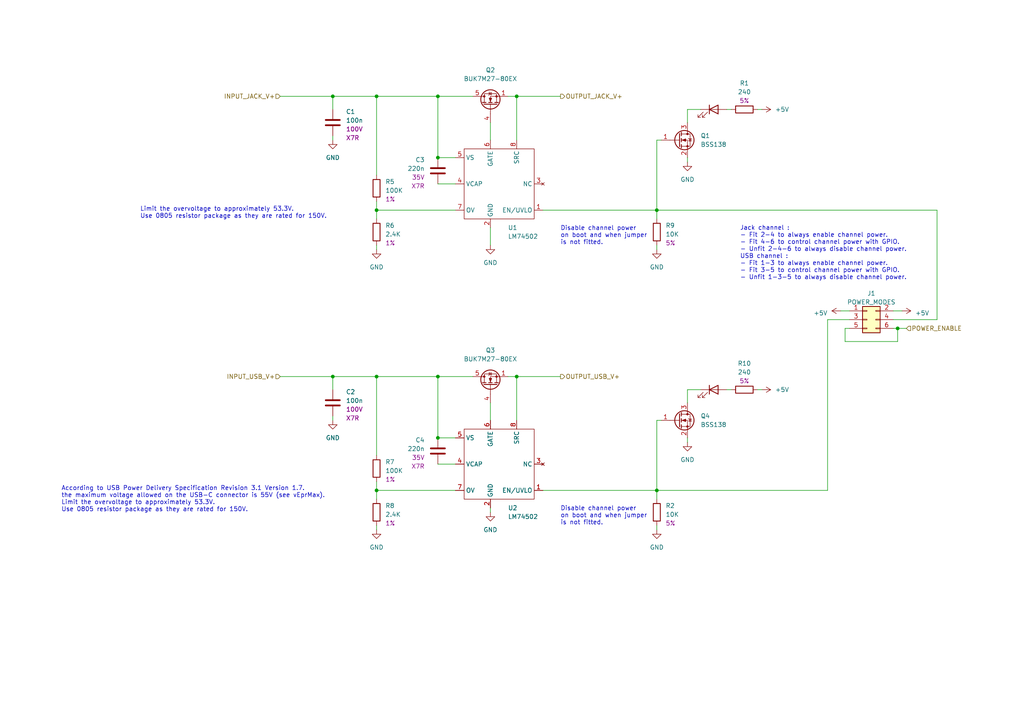
<source format=kicad_sch>
(kicad_sch (version 20230121) (generator eeschema)
  (paper "A4")
  (title_block (title "uCIme Lite power switches") (date "2023-03-27") (company "(C) BayLibre"))
  (lib_symbols
    (symbol "Connector_Generic:Conn_02x03_Odd_Even" (pin_names (offset 1.016) hide)
      (property "Reference" "J" (at 1.27 5.08 0))
      (property "Value" "Conn_02x03_Odd_Even" (at 1.27 -5.08 0))
      (symbol "Conn_02x03_Odd_Even_1_1"
        (rectangle (start -1.27 -2.413) (end 0 -2.667) (stroke (width 0.1524)))
        (rectangle (start -1.27 0.127) (end 0 -0.127) (stroke (width 0.1524)))
        (rectangle (start -1.27 2.667) (end 0 2.413) (stroke (width 0.1524)))
        (rectangle (start -1.27 3.81) (end 3.81 -3.81) (stroke (width 0.254)) (fill (type background)))
        (rectangle (start 3.81 -2.413) (end 2.54 -2.667) (stroke (width 0.1524)))
        (rectangle (start 3.81 0.127) (end 2.54 -0.127) (stroke (width 0.1524)))
        (rectangle (start 3.81 2.667) (end 2.54 2.413) (stroke (width 0.1524)))
        (pin passive line (at -5.08 2.54 0) (length 3.81) (name "Pin_1") (number "1"))
        (pin passive line (at 7.62 2.54 180) (length 3.81) (name "Pin_2") (number "2"))
        (pin passive line (at -5.08 0 0) (length 3.81) (name "Pin_3") (number "3"))
        (pin passive line (at 7.62 0 180) (length 3.81) (name "Pin_4") (number "4"))
        (pin passive line (at -5.08 -2.54 0) (length 3.81) (name "Pin_5") (number "5"))
        (pin passive line (at 7.62 -2.54 180) (length 3.81) (name "Pin_6") (number "6"))
      )
    )
    (symbol "Device:C" (pin_numbers hide) (pin_names (offset 0.254))
      (property "Reference" "C" (at 0.635 2.54 0))
      (property "Value" "C" (at 0.635 -2.54 0))
      (symbol "C_0_1"
        (polyline (pts (xy -2.032 -0.762) (xy 2.032 -0.762)) (stroke (width 0.508)))
        (polyline (pts (xy -2.032 0.762) (xy 2.032 0.762)) (stroke (width 0.508)))
      )
      (symbol "C_1_1"
        (pin passive line (at 0 3.81 270) (length 2.794) (name "~") (number "1"))
        (pin passive line (at 0 -3.81 90) (length 2.794) (name "~") (number "2"))
      )
    )
    (symbol "Device:LED" (pin_numbers hide) (pin_names (offset 1.016) hide)
      (property "Reference" "D" (at 0 2.54 0))
      (property "Value" "LED" (at 0 -2.54 0))
      (symbol "LED_0_1"
        (polyline (pts (xy -1.27 -1.27) (xy -1.27 1.27)) (stroke (width 0.254)))
        (polyline (pts (xy -1.27 0) (xy 1.27 0)))
        (polyline (pts (xy 1.27 -1.27) (xy 1.27 1.27) (xy -1.27 0) (xy 1.27 -1.27)) (stroke (width 0.254)))
        (polyline (pts (xy -3.048 -0.762) (xy -4.572 -2.286) (xy -3.81 -2.286) (xy -4.572 -2.286) (xy -4.572 -1.524)))
        (polyline (pts (xy -1.778 -0.762) (xy -3.302 -2.286) (xy -2.54 -2.286) (xy -3.302 -2.286) (xy -3.302 -1.524)))
      )
      (symbol "LED_1_1"
        (pin passive line (at -3.81 0 0) (length 2.54) (name "K") (number "1"))
        (pin passive line (at 3.81 0 180) (length 2.54) (name "A") (number "2"))
      )
    )
    (symbol "Device:R" (pin_numbers hide) (pin_names (offset 0))
      (property "Reference" "R" (at 2.032 0 90))
      (property "Value" "R" (at 0 0 90))
      (symbol "R_0_1"
        (rectangle (start -1.016 -2.54) (end 1.016 2.54) (stroke (width 0.254)))
      )
      (symbol "R_1_1"
        (pin passive line (at 0 3.81 270) (length 1.27) (name "~") (number "1"))
        (pin passive line (at 0 -3.81 90) (length 1.27) (name "~") (number "2"))
      )
    )
    (symbol "LM74502:LM74502"
      (property "Reference" "U" (at 1.27 -12.7 0))
      (property "Value" "LM74502" (at 5.08 -15.24 0))
      (symbol "LM74502_0_1"
        (rectangle (start -10.16 10.16) (end 10.16 -10.16))
      )
      (symbol "LM74502_1_1"
        (pin input line (at 12.7 -7.62 180) (length 2.54) (name "EN/UVLO") (number "1"))
        (pin power_in line (at -2.54 -12.7 90) (length 2.54) (name "GND") (number "2"))
        (pin no_connect line (at 12.7 0 180) (length 2.54) (name "NC") (number "3"))
        (pin passive line (at -12.7 0 0) (length 2.54) (name "VCAP") (number "4"))
        (pin passive line (at -12.7 7.62 0) (length 2.54) (name "VS") (number "5"))
        (pin passive line (at -2.54 12.7 270) (length 2.54) (name "GATE") (number "6"))
        (pin passive line (at -12.7 -7.62 0) (length 2.54) (name "OV") (number "7"))
        (pin passive line (at 5.08 12.7 270) (length 2.54) (name "SRC") (number "8"))
      )
    )
    (symbol "Transistor_FET:BSS138" (pin_names hide)
      (property "Reference" "Q" (at 5.08 1.905 0))
      (property "Value" "BSS138" (at 5.08 0 0))
      (symbol "BSS138_0_1"
        (polyline (pts (xy 0.254 0) (xy -2.54 0)))
        (polyline (pts (xy 0.254 1.905) (xy 0.254 -1.905)) (stroke (width 0.254)))
        (polyline (pts (xy 0.762 -1.27) (xy 0.762 -2.286)) (stroke (width 0.254)))
        (polyline (pts (xy 0.762 0.508) (xy 0.762 -0.508)) (stroke (width 0.254)))
        (polyline (pts (xy 0.762 2.286) (xy 0.762 1.27)) (stroke (width 0.254)))
        (polyline (pts (xy 2.54 2.54) (xy 2.54 1.778)))
        (polyline (pts (xy 2.54 -2.54) (xy 2.54 0) (xy 0.762 0)))
        (polyline (pts (xy 0.762 -1.778) (xy 3.302 -1.778) (xy 3.302 1.778) (xy 0.762 1.778)))
        (polyline (pts (xy 1.016 0) (xy 2.032 0.381) (xy 2.032 -0.381) (xy 1.016 0)) (fill (type outline)))
        (polyline (pts (xy 2.794 0.508) (xy 2.921 0.381) (xy 3.683 0.381) (xy 3.81 0.254)))
        (polyline (pts (xy 3.302 0.381) (xy 2.921 -0.254) (xy 3.683 -0.254) (xy 3.302 0.381)))
        (circle (center 1.651 0) (radius 2.794) (stroke (width 0.254)))
        (circle (center 2.54 -1.778) (radius 0.254) (fill (type outline)))
        (circle (center 2.54 1.778) (radius 0.254) (fill (type outline)))
      )
      (symbol "BSS138_1_1"
        (pin input line (at -5.08 0 0) (length 2.54) (name "G") (number "1"))
        (pin passive line (at 2.54 -5.08 90) (length 2.54) (name "S") (number "2"))
        (pin passive line (at 2.54 5.08 270) (length 2.54) (name "D") (number "3"))
      )
    )
    (symbol "Transistor_FET:BUK7M27-80EX" (pin_names hide)
      (property "Reference" "Q" (at 5.08 1.905 0))
      (property "Value" "BUK7M27-80EX" (at 5.08 0 0))
      (symbol "BUK7M27-80EX_0_1"
        (polyline (pts (xy 0.254 0) (xy -2.54 0)))
        (polyline (pts (xy 0.254 1.905) (xy 0.254 -1.905)) (stroke (width 0.254)))
        (polyline (pts (xy 0.762 -1.27) (xy 0.762 -2.286)) (stroke (width 0.254)))
        (polyline (pts (xy 0.762 0.508) (xy 0.762 -0.508)) (stroke (width 0.254)))
        (polyline (pts (xy 0.762 2.286) (xy 0.762 1.27)) (stroke (width 0.254)))
        (polyline (pts (xy 2.54 2.54) (xy 2.54 1.778)))
        (polyline (pts (xy 2.54 -2.54) (xy 2.54 0) (xy 0.762 0)))
        (polyline (pts (xy 0.762 -1.778) (xy 3.302 -1.778) (xy 3.302 1.778) (xy 0.762 1.778)))
        (polyline (pts (xy 1.016 0) (xy 2.032 0.381) (xy 2.032 -0.381) (xy 1.016 0)) (fill (type outline)))
        (polyline (pts (xy 2.794 0.508) (xy 2.921 0.381) (xy 3.683 0.381) (xy 3.81 0.254)))
        (polyline (pts (xy 3.302 0.381) (xy 2.921 -0.254) (xy 3.683 -0.254) (xy 3.302 0.381)))
        (circle (center 1.651 0) (radius 2.794) (stroke (width 0.254)))
        (circle (center 2.54 -1.778) (radius 0.254) (fill (type outline)))
        (circle (center 2.54 1.778) (radius 0.254) (fill (type outline)))
      )
      (symbol "BUK7M27-80EX_1_1"
        (pin passive line (at 2.54 -5.08 90) (length 2.54) (name "S") (number "1"))
        (pin passive line (at 2.54 -5.08 90) (length 2.54) hide (name "S") (number "2"))
        (pin passive line (at 2.54 -5.08 90) (length 2.54) hide (name "S") (number "3"))
        (pin passive line (at -5.08 0 0) (length 2.54) (name "G") (number "4"))
        (pin passive line (at 2.54 5.08 270) (length 2.54) (name "D") (number "5"))
      )
    )
    (symbol "power:+5V" (power) (pin_names (offset 0))
      (property "Value" "+5V" (at 0 3.556 0))
      (symbol "+5V_0_1"
        (polyline (pts (xy -0.762 1.27) (xy 0 2.54)))
        (polyline (pts (xy 0 0) (xy 0 2.54)))
        (polyline (pts (xy 0 2.54) (xy 0.762 1.27)))
      )
      (symbol "+5V_1_1"
        (pin power_in line (at 0 0 90) (length 0) hide (name "+5V") (number "1"))
      )
    )
    (symbol "power:GND" (power) (pin_names (offset 0))
      (property "Value" "GND" (at 0 -3.81 0))
      (symbol "GND_0_1"
        (polyline (pts (xy 0 0) (xy 0 -1.27) (xy 1.27 -1.27) (xy 0 -2.54) (xy -1.27 -1.27) (xy 0 -1.27)))
      )
      (symbol "GND_1_1"
        (pin power_in line (at 0 0 270) (length 0) hide (name "GND") (number "1"))
      )
    )
  )
  (junction (at 149.86 27.94))
  (junction (at 190.5 142.24))
  (junction (at 127 127))
  (junction (at 109.22 109.22))
  (junction (at 127 27.94))
  (junction (at 109.22 27.94))
  (junction (at 96.52 109.22))
  (junction (at 127 45.72))
  (junction (at 127 109.22))
  (junction (at 109.22 60.96))
  (junction (at 260.35 95.25))
  (junction (at 96.52 27.94))
  (junction (at 109.22 142.24))
  (junction (at 190.5 60.96))
  (junction (at 149.86 109.22))
  (wire (pts (xy 96.52 27.94) (xy 109.22 27.94)))
  (wire (pts (xy 127 109.22) (xy 137.16 109.22)))
  (wire (pts (xy 199.39 127) (xy 199.39 128.27)))
  (wire (pts (xy 147.32 27.94) (xy 149.86 27.94)))
  (wire (pts (xy 96.52 109.22) (xy 96.52 113.03)))
  (wire (pts (xy 127 45.72) (xy 132.08 45.72)))
  (wire (pts (xy 199.39 116.84) (xy 199.39 113.03)))
  (wire (pts (xy 109.22 109.22) (xy 127 109.22)))
  (wire (pts (xy 109.22 60.96) (xy 132.08 60.96)))
  (wire (pts (xy 142.24 35.56) (xy 142.24 40.64)))
  (wire (pts (xy 157.48 142.24) (xy 190.5 142.24)))
  (wire (pts (xy 142.24 147.32) (xy 142.24 148.59)))
  (wire (pts (xy 199.39 113.03) (xy 203.2 113.03)))
  (wire (pts (xy 109.22 60.96) (xy 109.22 63.5)))
  (wire (pts (xy 149.86 27.94) (xy 162.56 27.94)))
  (wire (pts (xy 149.86 27.94) (xy 149.86 40.64)))
  (wire (pts (xy 190.5 142.24) (xy 240.03 142.24)))
  (wire (pts (xy 149.86 109.22) (xy 162.56 109.22)))
  (wire (pts (xy 142.24 116.84) (xy 142.24 121.92)))
  (wire (pts (xy 109.22 109.22) (xy 109.22 132.08)))
  (wire (pts (xy 219.71 113.03) (xy 220.98 113.03)))
  (wire (pts (xy 190.5 40.64) (xy 190.5 60.96)))
  (wire (pts (xy 271.78 60.96) (xy 271.78 92.71)))
  (wire (pts (xy 149.86 109.22) (xy 149.86 121.92)))
  (wire (pts (xy 190.5 121.92) (xy 190.5 142.24)))
  (wire (pts (xy 260.35 99.06) (xy 260.35 95.25)))
  (wire (pts (xy 199.39 35.56) (xy 199.39 31.75)))
  (wire (pts (xy 81.28 27.94) (xy 96.52 27.94)))
  (wire (pts (xy 245.11 95.25) (xy 246.38 95.25)))
  (wire (pts (xy 109.22 27.94) (xy 109.22 50.8)))
  (wire (pts (xy 109.22 152.4) (xy 109.22 153.67)))
  (wire (pts (xy 127 109.22) (xy 127 127)))
  (wire (pts (xy 96.52 120.65) (xy 96.52 121.92)))
  (wire (pts (xy 147.32 109.22) (xy 149.86 109.22)))
  (wire (pts (xy 109.22 142.24) (xy 109.22 144.78)))
  (wire (pts (xy 260.35 95.25) (xy 262.89 95.25)))
  (wire (pts (xy 271.78 92.71) (xy 259.08 92.71)))
  (wire (pts (xy 199.39 45.72) (xy 199.39 46.99)))
  (wire (pts (xy 109.22 142.24) (xy 132.08 142.24)))
  (wire (pts (xy 210.82 31.75) (xy 212.09 31.75)))
  (wire (pts (xy 191.77 40.64) (xy 190.5 40.64)))
  (wire (pts (xy 190.5 63.5) (xy 190.5 60.96)))
  (wire (pts (xy 210.82 113.03) (xy 212.09 113.03)))
  (wire (pts (xy 127 134.62) (xy 132.08 134.62)))
  (wire (pts (xy 127 127) (xy 132.08 127)))
  (wire (pts (xy 109.22 27.94) (xy 127 27.94)))
  (wire (pts (xy 199.39 31.75) (xy 203.2 31.75)))
  (wire (pts (xy 96.52 39.37) (xy 96.52 40.64)))
  (wire (pts (xy 109.22 71.12) (xy 109.22 72.39)))
  (wire (pts (xy 245.11 99.06) (xy 260.35 99.06)))
  (wire (pts (xy 259.08 90.17) (xy 261.62 90.17)))
  (wire (pts (xy 96.52 109.22) (xy 109.22 109.22)))
  (wire (pts (xy 240.03 92.71) (xy 240.03 142.24)))
  (wire (pts (xy 190.5 121.92) (xy 191.77 121.92)))
  (wire (pts (xy 127 27.94) (xy 127 45.72)))
  (wire (pts (xy 190.5 71.12) (xy 190.5 72.39)))
  (wire (pts (xy 219.71 31.75) (xy 220.98 31.75)))
  (wire (pts (xy 157.48 60.96) (xy 190.5 60.96)))
  (wire (pts (xy 190.5 60.96) (xy 271.78 60.96)))
  (wire (pts (xy 260.35 95.25) (xy 259.08 95.25)))
  (wire (pts (xy 246.38 92.71) (xy 240.03 92.71)))
  (wire (pts (xy 142.24 66.04) (xy 142.24 71.12)))
  (wire (pts (xy 109.22 58.42) (xy 109.22 60.96)))
  (wire (pts (xy 81.28 109.22) (xy 96.52 109.22)))
  (wire (pts (xy 96.52 27.94) (xy 96.52 31.75)))
  (wire (pts (xy 243.84 90.17) (xy 246.38 90.17)))
  (wire (pts (xy 190.5 144.78) (xy 190.5 142.24)))
  (wire (pts (xy 190.5 152.4) (xy 190.5 153.67)))
  (wire (pts (xy 245.11 95.25) (xy 245.11 99.06)))
  (wire (pts (xy 127 27.94) (xy 137.16 27.94)))
  (wire (pts (xy 109.22 139.7) (xy 109.22 142.24)))
  (wire (pts (xy 127 53.34) (xy 132.08 53.34)))
  (text "According to USB Power Delivery Specification Revision 3.1 Version 1.7.\nthe maximum voltage allowed on the USB-C connector is 55V (see vEprMax).\nLimit the overvoltage to approximately 53.3V.\nUse 0805 resistor package as they are rated for 150V." (at 17.78 148.59 0) (effects (font (size 1.27 1.27)) (justify left bottom)))
  (text "Disable channel power\non boot and when jumper\nis not fitted." (at 162.56 71.12 0) (effects (font (size 1.27 1.27)) (justify left bottom)))
  (text "Jack channel :\n- Fit 2-4 to always enable channel power.\n- Fit 4-6 to control channel power with GPIO.\n- Unfit 2-4-6 to always disable channel power.\nUSB channel :\n- Fit 1-3 to always enable channel power.\n- Fit 3-5 to control channel power with GPIO.\n- Unfit 1-3-5 to always disable channel power." (at 214.63 81.28 0) (effects (font (size 1.27 1.27)) (justify left bottom)))
  (text "Limit the overvoltage to approximately 53.3V.\nUse 0805 resistor package as they are rated for 150V." (at 40.64 63.5 0) (effects (font (size 1.27 1.27)) (justify left bottom)))
  (text "Disable channel power\non boot and when jumper\nis not fitted." (at 162.56 152.4 0) (effects (font (size 1.27 1.27)) (justify left bottom)))
  (hierarchical_label "INPUT_JACK_V+" (shape input) (at 81.28 27.94 180))
  (hierarchical_label "POWER_ENABLE" (shape input) (at 262.89 95.25 0))
  (hierarchical_label "INPUT_USB_V+" (shape input) (at 81.28 109.22 180))
  (hierarchical_label "OUTPUT_JACK_V+" (shape output) (at 162.56 27.94 0))
  (hierarchical_label "OUTPUT_USB_V+" (shape output) (at 162.56 109.22 0))
  (symbol (lib_id "power:GND") (at 142.24 148.59 0) (unit 1)
    (property "Reference" "#PWR0114" (effects hide))
    (property "Value" "GND" (at 142.24 153.67 0))
  )
  (symbol (lib_id "power:GND") (at 190.5 72.39 0) (unit 1)
    (property "Reference" "#PWR0115" (effects hide))
    (property "Value" "GND" (at 190.5 77.47 0))
  )
  (symbol (lib_id "Device:C") (at 127 130.81 0) (unit 1)
    (property "Reference" "C4" (at 123.19 127.635 0) (effects (justify right)))
    (property "Value" "220n" (at 123.19 130.175 0) (effects (justify right)))
    (property "Footprint" "Capacitor_SMD:C_0805_2012Metric" (effects hide))
    (property "PartNumber" "CL21B224KBFNNNE" (effects hide))
    (property "Value2" "35V" (at 123.19 132.715 0) (effects (justify right)))
    (property "Value3" "X7R" (at 123.19 135.255 0) (effects (justify right)))
    (property "AISLER_MPN" "220n 35V X7R 0805" (effects hide))
  )
  (symbol (lib_id "Device:R") (at 109.22 148.59 0) (unit 1)
    (property "Reference" "R8" (at 111.76 146.685 0) (effects (justify left)))
    (property "Value" "2.4K" (at 111.76 149.225 0) (effects (justify left)))
    (property "Footprint" "Resistor_SMD:R_0805_2012Metric" (effects hide))
    (property "PartNumber" "RC0805FR-072K4L" (effects hide))
    (property "Value2" "1%" (at 111.76 151.765 0) (effects (justify left)))
    (property "AISLER_MPN" "2.4K 1% 0805" (effects hide))
  )
  (symbol (lib_id "Transistor_FET:BUK7M27-80EX") (at 142.24 111.76 90) (unit 1)
    (property "Reference" "Q3" (at 142.24 101.6 90))
    (property "Value" "BUK7M27-80EX" (at 142.24 104.14 90))
    (property "Footprint" "Package_TO_SOT_SMD:LFPAK33" (effects hide))
    (property "Datasheet" "https://assets.nexperia.com/documents/data-sheet/BUK7M27-80E.pdf" (effects hide))
    (property "PartNumber" "BUK7M27-80EX" (effects hide))
    (property "AISLER_MPN" "BUK7M27-80EX" (effects hide))
  )
  (symbol (lib_id "Transistor_FET:BSS138") (at 196.85 40.64 0) (unit 1)
    (property "Reference" "Q1" (at 203.2 39.3699 0) (effects (justify left)))
    (property "Value" "BSS138" (at 203.2 41.9099 0) (effects (justify left)))
    (property "Footprint" "Package_TO_SOT_SMD:SOT-23" (effects hide))
    (property "Datasheet" "https://www.onsemi.com/pub/Collateral/BSS138-D.PDF" (effects hide))
    (property "PartNumber" "BSS138P,215" (effects hide))
    (property "AISLER_MPN" "BSS138P,215" (effects hide))
  )
  (symbol (lib_id "power:GND") (at 109.22 72.39 0) (unit 1)
    (property "Reference" "#PWR0121" (effects hide))
    (property "Value" "GND" (at 109.22 77.47 0))
  )
  (symbol (lib_id "Device:C") (at 127 49.53 0) (unit 1)
    (property "Reference" "C3" (at 123.19 46.355 0) (effects (justify right)))
    (property "Value" "220n" (at 123.19 48.895 0) (effects (justify right)))
    (property "Footprint" "Capacitor_SMD:C_0805_2012Metric" (effects hide))
    (property "PartNumber" "CL21B224KBFNNNE" (effects hide))
    (property "Value2" "35V" (at 123.19 51.435 0) (effects (justify right)))
    (property "Value3" "X7R" (at 123.19 53.975 0) (effects (justify right)))
    (property "AISLER_MPN" "220n 35V X7R 0805" (effects hide))
  )
  (symbol (lib_id "power:GND") (at 199.39 128.27 0) (unit 1)
    (property "Reference" "#PWR0116" (effects hide))
    (property "Value" "GND" (at 199.39 133.35 0))
  )
  (symbol (lib_id "Device:R") (at 215.9 31.75 90) (unit 1)
    (property "Reference" "R1" (at 215.9 24.13 90))
    (property "Value" "240" (at 215.9 26.67 90))
    (property "Footprint" "Resistor_SMD:R_1206_3216Metric" (effects hide))
    (property "PartNumber" "RC1206JR-07240RL" (effects hide))
    (property "Value2" "5%" (at 215.9 29.21 90))
    (property "AISLER_MPN" "240 5% 1206" (effects hide))
  )
  (symbol (lib_id "Device:C") (at 96.52 35.56 0) (unit 1)
    (property "Reference" "C1" (at 100.33 32.385 0) (effects (justify left)))
    (property "Value" "100n" (at 100.33 34.925 0) (effects (justify left)))
    (property "Footprint" "Capacitor_SMD:C_0805_2012Metric" (effects hide))
    (property "PartNumber" "CL21B104KCFNNNE" (effects hide))
    (property "Value2" "100V" (at 100.33 37.465 0) (effects (justify left)))
    (property "Value3" "X7R" (at 100.33 40.005 0) (effects (justify left)))
    (property "AISLER_MPN" "100n 100V X7R 0805" (effects hide))
  )
  (symbol (lib_id "power:GND") (at 96.52 121.92 0) (unit 1)
    (property "Reference" "#PWR0123" (effects hide))
    (property "Value" "GND" (at 96.52 127 0))
  )
  (symbol (lib_id "LM74502:LM74502") (at 144.78 134.62 0) (unit 1)
    (property "Reference" "U2" (at 147.32 147.32 0) (effects (justify left)))
    (property "Value" "LM74502" (at 147.32 149.86 0) (effects (justify left)))
    (property "Footprint" "Package_TO_SOT_SMD:SOT-23-8" (effects hide))
    (property "PartNumber" "LM74502DDFR" (effects hide))
    (property "AISLER_MPN" "LM74502DDFR" (effects hide))
  )
  (symbol (lib_id "Device:LED") (at 207.01 31.75 0) (unit 1)
    (property "Reference" "D1" (at 205.4225 26.67 0))
    (property "Value" "JACK_POWER" (at 205.4225 29.21 0))
    (property "Footprint" "LED_SMD:LED_0805_2012Metric" (effects hide))
    (property "Reference" "D?" (effects hide))
    (property "Value" "POWER_SWITCH" (effects hide))
    (property "PartNumber" "150080SS75000" (effects hide))
    (property "AISLER_MPN" "150080SS75000" (effects hide))
    (instances (project "uCIme_Lite" (path "" (reference "D1") (unit 1))))
  )
  (symbol (lib_id "Device:LED") (at 207.01 113.03 0) (unit 1)
    (property "Reference" "D3" (at 205.4225 107.95 0))
    (property "Value" "USB_POWER" (at 205.4225 110.49 0))
    (property "Footprint" "LED_SMD:LED_0805_2012Metric" (effects hide))
    (property "Reference" "D?" (effects hide))
    (property "Value" "POWER_SWITCH" (effects hide))
    (property "PartNumber" "150080SS75000" (effects hide))
    (property "AISLER_MPN" "150080SS75000" (effects hide))
    (instances (project "uCIme_Lite" (path "" (reference "D3") (unit 1))))
  )
  (symbol (lib_id "power:GND") (at 96.52 40.64 0) (unit 1)
    (property "Reference" "#PWR0120" (effects hide))
    (property "Value" "GND" (at 96.52 45.72 0))
  )
  (symbol (lib_id "power:+5V") (at 220.98 31.75 270) (unit 1)
    (property "Reference" "#PWR04" (effects hide))
    (property "Value" "+5V" (at 224.79 31.7499 90) (effects (justify left)))
  )
  (symbol (lib_id "power:GND") (at 142.24 71.12 0) (unit 1)
    (property "Reference" "#PWR0118" (effects hide))
    (property "Value" "GND" (at 142.24 76.2 0))
  )
  (symbol (lib_id "power:+5V") (at 243.84 90.17 90) (unit 1)
    (property "Reference" "#PWR02" (effects hide))
    (property "Value" "+5V" (at 240.03 90.805 90) (effects (justify left)))
  )
  (symbol (lib_id "Device:R") (at 190.5 148.59 0) (unit 1)
    (property "Reference" "R2" (at 193.04 146.685 0) (effects (justify left)))
    (property "Value" "10K" (at 193.04 149.225 0) (effects (justify left)))
    (property "Footprint" "Resistor_SMD:R_0603_1608Metric" (effects hide))
    (property "PartNumber" "RNCP0603FTD10K0" (effects hide))
    (property "Value2" "5%" (at 193.04 151.765 0) (effects (justify left)))
    (property "AISLER_MPN" "10K 1% 0603" (effects hide))
  )
  (symbol (lib_id "LM74502:LM74502") (at 144.78 53.34 0) (unit 1)
    (property "Reference" "U1" (at 147.32 66.04 0) (effects (justify left)))
    (property "Value" "LM74502" (at 147.32 68.58 0) (effects (justify left)))
    (property "Footprint" "Package_TO_SOT_SMD:SOT-23-8" (effects hide))
    (property "PartNumber" "LM74502DDFR" (effects hide))
    (property "AISLER_MPN" "LM74502DDFR" (effects hide))
  )
  (symbol (lib_id "power:GND") (at 109.22 153.67 0) (unit 1)
    (property "Reference" "#PWR0122" (effects hide))
    (property "Value" "GND" (at 109.22 158.75 0))
  )
  (symbol (lib_id "power:+5V") (at 220.98 113.03 270) (unit 1)
    (property "Reference" "#PWR0119" (effects hide))
    (property "Value" "+5V" (at 224.79 113.0299 90) (effects (justify left)))
  )
  (symbol (lib_id "Device:C") (at 96.52 116.84 0) (unit 1)
    (property "Reference" "C2" (at 100.33 113.665 0) (effects (justify left)))
    (property "Value" "100n" (at 100.33 116.205 0) (effects (justify left)))
    (property "Footprint" "Capacitor_SMD:C_0805_2012Metric" (effects hide))
    (property "PartNumber" "CL21B104KCFNNNE" (effects hide))
    (property "Value2" "100V" (at 100.33 118.745 0) (effects (justify left)))
    (property "Value3" "X7R" (at 100.33 121.285 0) (effects (justify left)))
    (property "AISLER_MPN" "100n 100V X7R 0805" (effects hide))
  )
  (symbol (lib_id "Device:R") (at 109.22 67.31 0) (unit 1)
    (property "Reference" "R6" (at 111.76 65.405 0) (effects (justify left)))
    (property "Value" "2.4K" (at 111.76 67.945 0) (effects (justify left)))
    (property "Footprint" "Resistor_SMD:R_0805_2012Metric" (effects hide))
    (property "PartNumber" "RC0805FR-072K4L" (effects hide))
    (property "Value2" "1%" (at 111.76 70.485 0) (effects (justify left)))
    (property "AISLER_MPN" "2.4K 1% 0805" (effects hide))
  )
  (symbol (lib_id "Device:R") (at 109.22 135.89 0) (unit 1)
    (property "Reference" "R7" (at 111.76 133.985 0) (effects (justify left)))
    (property "Value" "100K" (at 111.76 136.525 0) (effects (justify left)))
    (property "Footprint" "Resistor_SMD:R_0805_2012Metric" (effects hide))
    (property "PartNumber" "RMCF0805FT100K" (effects hide))
    (property "Value2" "1%" (at 111.76 139.065 0) (effects (justify left)))
    (property "AISLER_MPN" "100K 1% 0805" (effects hide))
  )
  (symbol (lib_id "Device:R") (at 109.22 54.61 0) (unit 1)
    (property "Reference" "R5" (at 111.76 52.705 0) (effects (justify left)))
    (property "Value" "100K" (at 111.76 55.245 0) (effects (justify left)))
    (property "Footprint" "Resistor_SMD:R_0805_2012Metric" (effects hide))
    (property "PartNumber" "RMCF0805FT100K" (effects hide))
    (property "Value2" "1%" (at 111.76 57.785 0) (effects (justify left)))
    (property "AISLER_MPN" "100K 1% 0805" (effects hide))
  )
  (symbol (lib_id "Transistor_FET:BUK7M27-80EX") (at 142.24 30.48 90) (unit 1)
    (property "Reference" "Q2" (at 142.24 20.32 90))
    (property "Value" "BUK7M27-80EX" (at 142.24 22.86 90))
    (property "Footprint" "Package_TO_SOT_SMD:LFPAK33" (effects hide))
    (property "Datasheet" "https://assets.nexperia.com/documents/data-sheet/BUK7M27-80E.pdf" (effects hide))
    (property "PartNumber" "BUK7M27-80EX" (effects hide))
    (property "AISLER_MPN" "BUK7M27-80EX" (effects hide))
  )
  (symbol (lib_id "power:+5V") (at 261.62 90.17 270) (unit 1)
    (property "Reference" "#PWR08" (effects hide))
    (property "Value" "+5V" (at 265.43 90.805 90) (effects (justify left)))
  )
  (symbol (lib_id "power:GND") (at 190.5 153.67 0) (unit 1)
    (property "Reference" "#PWR05" (effects hide))
    (property "Value" "GND" (at 190.5 158.75 0))
  )
  (symbol (lib_id "Transistor_FET:BSS138") (at 196.85 121.92 0) (unit 1)
    (property "Reference" "Q4" (at 203.2 120.6499 0) (effects (justify left)))
    (property "Value" "BSS138" (at 203.2 123.1899 0) (effects (justify left)))
    (property "Footprint" "Package_TO_SOT_SMD:SOT-23" (effects hide))
    (property "Datasheet" "https://www.onsemi.com/pub/Collateral/BSS138-D.PDF" (effects hide))
    (property "PartNumber" "BSS138P,215" (effects hide))
    (property "AISLER_MPN" "BSS138P,215" (effects hide))
  )
  (symbol (lib_id "power:GND") (at 199.39 46.99 0) (unit 1)
    (property "Reference" "#PWR03" (effects hide))
    (property "Value" "GND" (at 199.39 52.07 0))
  )
  (symbol (lib_id "Device:R") (at 215.9 113.03 90) (unit 1)
    (property "Reference" "R10" (at 215.9 105.41 90))
    (property "Value" "240" (at 215.9 107.95 90))
    (property "Footprint" "Resistor_SMD:R_1206_3216Metric" (effects hide))
    (property "PartNumber" "RC1206JR-07240RL" (effects hide))
    (property "Value2" "5%" (at 215.9 110.49 90))
    (property "AISLER_MPN" "240 5% 1206" (effects hide))
  )
  (symbol (lib_id "Device:R") (at 190.5 67.31 0) (unit 1)
    (property "Reference" "R9" (at 193.04 65.405 0) (effects (justify left)))
    (property "Value" "10K" (at 193.04 67.945 0) (effects (justify left)))
    (property "Footprint" "Resistor_SMD:R_0603_1608Metric" (effects hide))
    (property "PartNumber" "RNCP0603FTD10K0" (effects hide))
    (property "Value2" "5%" (at 193.04 70.485 0) (effects (justify left)))
    (property "AISLER_MPN" "10K 1% 0603" (effects hide))
  )
  (symbol (lib_id "Connector_Generic:Conn_02x03_Odd_Even") (at 251.46 92.71 0) (unit 1)
    (property "Reference" "J1" (at 252.73 85.09 0))
    (property "Value" "POWER_MODES" (at 252.73 87.63 0))
    (property "Footprint" "Connector_PinHeader_2.54mm:PinHeader_2x03_P2.54mm_Horizontal" (effects hide))
  )
)
</source>
